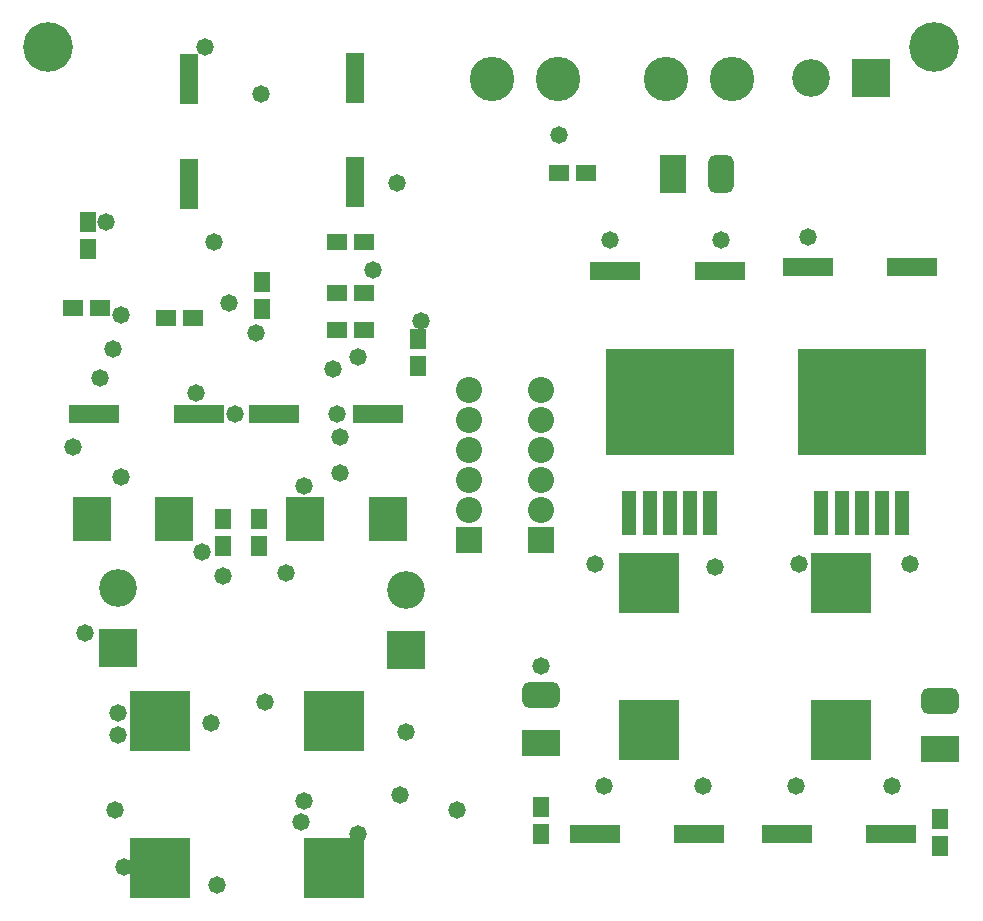
<source format=gts>
G04 Layer_Color=8388736*
%FSLAX25Y25*%
%MOIN*%
G70*
G01*
G75*
%ADD53R,0.05800X0.06800*%
%ADD54R,0.20485X0.20485*%
%ADD55R,0.06312X0.16548*%
G04:AMPARAMS|DCode=56|XSize=126.11mil|YSize=86.74mil|CornerRadius=23.69mil|HoleSize=0mil|Usage=FLASHONLY|Rotation=180.000|XOffset=0mil|YOffset=0mil|HoleType=Round|Shape=RoundedRectangle|*
%AMROUNDEDRECTD56*
21,1,0.12611,0.03937,0,0,180.0*
21,1,0.07874,0.08674,0,0,180.0*
1,1,0.04737,-0.03937,0.01969*
1,1,0.04737,0.03937,0.01969*
1,1,0.04737,0.03937,-0.01969*
1,1,0.04737,-0.03937,-0.01969*
%
%ADD56ROUNDEDRECTD56*%
%ADD57R,0.12611X0.08674*%
%ADD58R,0.16548X0.06312*%
%ADD59R,0.42800X0.35800*%
%ADD60R,0.05000X0.14800*%
%ADD61R,0.06800X0.05800*%
G04:AMPARAMS|DCode=62|XSize=126.11mil|YSize=86.74mil|CornerRadius=23.69mil|HoleSize=0mil|Usage=FLASHONLY|Rotation=90.000|XOffset=0mil|YOffset=0mil|HoleType=Round|Shape=RoundedRectangle|*
%AMROUNDEDRECTD62*
21,1,0.12611,0.03937,0,0,90.0*
21,1,0.07874,0.08674,0,0,90.0*
1,1,0.04737,0.01969,0.03937*
1,1,0.04737,0.01969,-0.03937*
1,1,0.04737,-0.01969,-0.03937*
1,1,0.04737,-0.01969,0.03937*
%
%ADD62ROUNDEDRECTD62*%
%ADD63R,0.08674X0.12611*%
%ADD64R,0.12611X0.14579*%
%ADD65R,0.08674X0.08674*%
%ADD66C,0.08674*%
%ADD67C,0.14800*%
%ADD68R,0.12611X0.12611*%
%ADD69C,0.12611*%
%ADD70C,0.16548*%
%ADD71R,0.12611X0.12611*%
%ADD72C,0.05800*%
D53*
X397000Y415000D02*
D03*
Y424000D02*
D03*
X507000Y376000D02*
D03*
Y385000D02*
D03*
X442120Y325000D02*
D03*
Y316000D02*
D03*
X454120Y325000D02*
D03*
Y316000D02*
D03*
X680994Y216000D02*
D03*
Y225000D02*
D03*
X547994Y220000D02*
D03*
Y229000D02*
D03*
X454994Y404000D02*
D03*
Y395000D02*
D03*
D54*
X421126Y257606D02*
D03*
Y208394D02*
D03*
X479126Y257606D02*
D03*
Y208394D02*
D03*
X648000Y303606D02*
D03*
Y254394D02*
D03*
X584000Y303606D02*
D03*
Y254394D02*
D03*
D55*
X430626Y471500D02*
D03*
Y436620D02*
D03*
X486126Y472000D02*
D03*
Y437120D02*
D03*
D56*
X681150Y264150D02*
D03*
X548150Y266150D02*
D03*
D57*
X681150Y248008D02*
D03*
X548150Y250008D02*
D03*
D58*
X664880Y220000D02*
D03*
X630000D02*
D03*
X600880D02*
D03*
X566000D02*
D03*
X671880Y409000D02*
D03*
X637000D02*
D03*
X607715Y407480D02*
D03*
X572835D02*
D03*
X459000Y360000D02*
D03*
X493880D02*
D03*
X399126D02*
D03*
X434006D02*
D03*
D59*
X655000Y364000D02*
D03*
X591000D02*
D03*
D60*
X641600Y327000D02*
D03*
X648300D02*
D03*
X655000D02*
D03*
X661700D02*
D03*
X668400D02*
D03*
X577600D02*
D03*
X584300D02*
D03*
X591000D02*
D03*
X597700D02*
D03*
X604400D02*
D03*
D61*
X554000Y440006D02*
D03*
X563000D02*
D03*
X392000Y395006D02*
D03*
X401000D02*
D03*
X480000Y417006D02*
D03*
X489000D02*
D03*
X423000Y391994D02*
D03*
X432000D02*
D03*
X489000Y387994D02*
D03*
X480000D02*
D03*
Y400006D02*
D03*
X489000D02*
D03*
D62*
X608150Y439850D02*
D03*
D63*
X592008D02*
D03*
D64*
X497047Y324866D02*
D03*
X469488D02*
D03*
X398346Y325000D02*
D03*
X425906D02*
D03*
D65*
X524000Y318000D02*
D03*
X548000D02*
D03*
D66*
X524000Y328000D02*
D03*
Y338000D02*
D03*
Y348000D02*
D03*
Y358000D02*
D03*
Y368000D02*
D03*
X548000D02*
D03*
Y358000D02*
D03*
Y348000D02*
D03*
Y338000D02*
D03*
Y328000D02*
D03*
D67*
X611677Y471441D02*
D03*
X589677D02*
D03*
X553677D02*
D03*
X531677D02*
D03*
D68*
X658213Y471905D02*
D03*
D69*
X638213D02*
D03*
X407031Y301787D02*
D03*
X502952Y301189D02*
D03*
D70*
X679134Y482283D02*
D03*
X383858D02*
D03*
D71*
X407031Y281787D02*
D03*
X502952Y281189D02*
D03*
D72*
X401000Y372000D02*
D03*
X501000Y233000D02*
D03*
X408000Y339000D02*
D03*
X392000Y349000D02*
D03*
X433000Y367000D02*
D03*
X435000Y314000D02*
D03*
X439006Y417006D02*
D03*
X403000Y424000D02*
D03*
X508000Y391000D02*
D03*
X454724Y466535D02*
D03*
X436024Y482283D02*
D03*
X548000Y276000D02*
D03*
X665000Y236000D02*
D03*
X602000D02*
D03*
X633000D02*
D03*
X569000D02*
D03*
X634000Y310000D02*
D03*
X566000D02*
D03*
X671000D02*
D03*
X606000Y309000D02*
D03*
X554000Y453000D02*
D03*
X637000Y419000D02*
D03*
X608000Y418000D02*
D03*
X571000D02*
D03*
X442126Y306000D02*
D03*
X463126Y307000D02*
D03*
X500126Y437000D02*
D03*
X446126Y360000D02*
D03*
X440126Y203000D02*
D03*
X409126Y209000D02*
D03*
X406000Y228000D02*
D03*
X487000Y220000D02*
D03*
X468000Y224000D02*
D03*
X520000Y228000D02*
D03*
X492000Y408000D02*
D03*
X453006Y386994D02*
D03*
X407028Y260028D02*
D03*
X503000Y254000D02*
D03*
X478880Y375000D02*
D03*
X438000Y257000D02*
D03*
X456000Y264000D02*
D03*
X481000Y352006D02*
D03*
X469000Y231000D02*
D03*
X480994Y340006D02*
D03*
X469000Y336000D02*
D03*
X407000Y253000D02*
D03*
X396000Y287000D02*
D03*
X480000Y360000D02*
D03*
X444000Y397000D02*
D03*
X487000Y379000D02*
D03*
X408000Y393000D02*
D03*
X405500Y381500D02*
D03*
M02*

</source>
